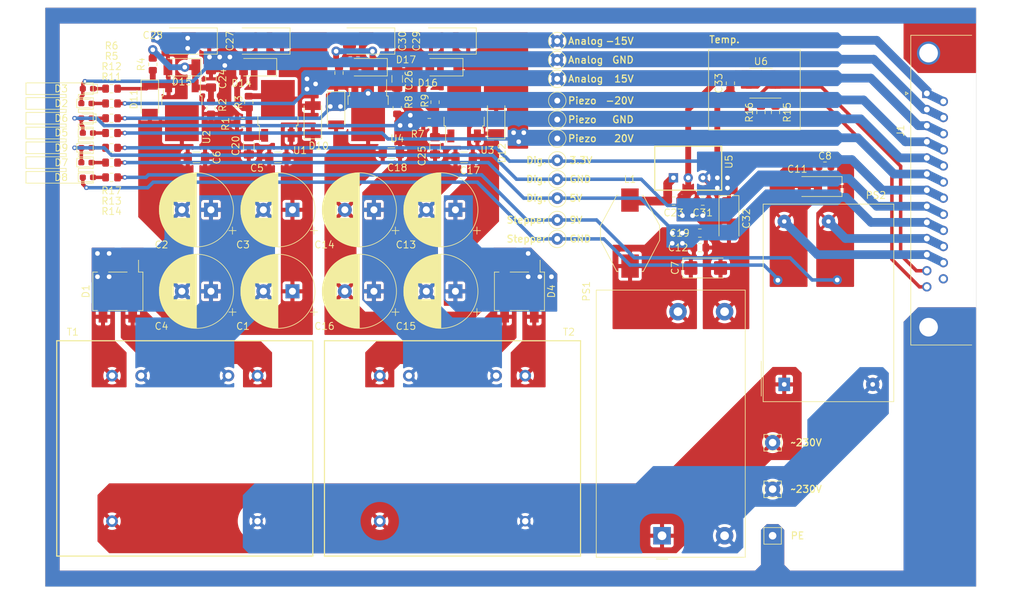
<source format=kicad_pcb>
(kicad_pcb (version 20241229) (generator "pcbnew") (generator_version "9.0")
  (layers (0 "F.Cu" signal) (2 "B.Cu" signal) (13 "F.Paste" user) (15 "B.Paste" user) (5 "F.SilkS" user "F.Silkscreen") (7 "B.SilkS" user "B.Silkscreen") (1 "F.Mask" user) (3 "B.Mask" user) (25 "Edge.Cuts" user))
  (net 0 "")
  (net 1 "/analog_gnd")
  (net 2 "Net-(D1-+)")
  (net 3 "Net-(D1--)")
  (net 4 "/digital_gnd")
  (net 5 "/digital_5V")
  (net 6 "/stepper_gnd")
  (net 7 "/stepper_9V")
  (net 8 "/analog_15V")
  (net 9 "/analog_-15V")
  (net 10 "/piezo_gnd")
  (net 11 "Net-(D12-K)")
  (net 12 "Net-(D13-A)")
  (net 13 "/piezo_20V")
  (net 14 "/piezo_-20V")
  (net 15 "Net-(D14-A)")
  (net 16 "/digital_3V3")
  (net 17 "Net-(U5-VI)")
  (net 18 "Net-(D15-K)")
  (net 19 "Net-(D16-A)")
  (net 20 "Net-(D17-K)")
  (net 21 "Net-(T1-SD)")
  (net 22 "Net-(T1-SA)")
  (net 23 "Net-(D2-A)")
  (net 24 "Net-(D3-K)")
  (net 25 "Net-(T2-SA)")
  (net 26 "Net-(T2-SD)")
  (net 27 "/230V_L")
  (net 28 "/230V_N")
  (net 29 "/i2c_sda")
  (net 30 "/i2c_scl")
  (net 31 "Net-(D5-A)")
  (net 32 "/230V_PE")
  (net 33 "Net-(D6-K)")
  (net 34 "Net-(D7-A)")
  (net 35 "Net-(D8-A)")
  (net 36 "Net-(D9-A)")
  (footprint "Resistor_SMD:R_0805_2012Metric_Pad1.15x1.40mm_HandSolder" (layer "F.Cu") (at 86.42 69.306 180)
    (property "Reference" "R11")
    (property "Value" "1k5")
  )
  (footprint "STM_Custom_Lib:light-guide" (layer "F.Cu") (at 79.816 69.306 90)
    (property "Reference" "e" (hide yes))
    (property "Value" "light-guide" (hide yes))
  )
  (footprint "LED_SMD:LED_0603_1608Metric_Pad1.05x0.95mm_HandSolder" (layer "F.Cu") (at 82.356 61.686 180)
    (property "Reference" "D3")
    (property "Value" "LED_Small")
  )
  (footprint "LED_SMD:LED_0603_1608Metric_Pad1.05x0.95mm_HandSolder" (layer "F.Cu") (at 82.356 69.306)
    (property "Reference" "D5")
    (property "Value" "LED_Small")
  )
  (footprint "Capacitor_THT:CP_Radial_D12.5mm_P5.00mm" (layer "F.Cu") (at 117.5 96.5 180)
    (property "Reference" "C1")
    (property "Value" "1500u")
  )
  (footprint "Capacitor_THT:CP_Radial_D12.5mm_P5.00mm" (layer "F.Cu") (at 103.5 82.5 180)
    (property "Reference" "C2")
    (property "Value" "1500u")
  )
  (footprint "Capacitor_THT:CP_Radial_D12.5mm_P5.00mm" (layer "F.Cu") (at 117.5 82.5 180)
    (property "Reference" "C3")
    (property "Value" "1500u")
  )
  (footprint "Capacitor_THT:CP_Radial_D12.5mm_P5.00mm" (layer "F.Cu") (at 145.5 82.5 180)
    (property "Reference" "C13")
    (property "Value" "820u")
  )
  (footprint "Capacitor_THT:CP_Radial_D12.5mm_P5.00mm" (layer "F.Cu") (at 131.5 82.5 180)
    (property "Reference" "C14")
    (property "Value" "820u")
  )
  (footprint "Capacitor_THT:CP_Radial_D12.5mm_P5.00mm" (layer "F.Cu") (at 131.5 96.5 180)
    (property "Reference" "C16")
    (property "Value" "820u")
  )
  (footprint "Capacitor_SMD:C_1206_3216Metric_Pad1.42x1.75mm_HandSolder" (layer "F.Cu") (at 134.5 72.75 180)
    (property "Reference" "C18")
    (property "Value" "470n")
  )
  (footprint "Capacitor_Tantalum_SMD:CP_EIA-7343-31_Kemet-D_Pad2.25x2.55mm_HandSolder" (layer "F.Cu") (at 144.5 53.5 180)
    (property "Reference" "C29")
    (property "Value" "10u")
  )
  (footprint "Capacitor_Tantalum_SMD:CP_EIA-7343-31_Kemet-D_Pad2.25x2.55mm_HandSolder" (layer "F.Cu") (at 130.5 53.5 180)
    (property "Reference" "C30")
    (property "Value" "10u")
  )
  (footprint "LED_SMD:LED_0603_1608Metric_Pad1.05x0.95mm_HandSolder" (layer "F.Cu") (at 82.102 64.226)
    (property "Reference" "D2")
    (property "Value" "LED_Small")
  )
  (footprint "LED_SMD:LED_0603_1608Metric_Pad1.05x0.95mm_HandSolder" (layer "F.Cu") (at 82.102 66.766 180)
    (property "Reference" "D6")
    (property "Value" "LED_Small")
  )
  (footprint "LED_SMD:LED_0603_1608Metric_Pad1.05x0.95mm_HandSolder" (layer "F.Cu") (at 82.356 76.926)
    (property "Reference" "D8")
    (property "Value" "LED_Small")
  )
  (footprint "LED_SMD:LED_0603_1608Metric_Pad1.05x0.95mm_HandSolder" (layer "F.Cu") (at 82.102 71.846)
    (property "Reference" "D9")
    (property "Value" "LED_Small")
  )
  (footprint "Converter_ACDC:Converter_ACDC_MeanWell_IRM-02-xx_THT" (layer "F.Cu") (at 202 112.5 90)
    (property "Reference" "PS2")
    (property "Value" "IRM-02-9")
  )
  (footprint "Resistor_SMD:R_0805_2012Metric_Pad1.15x1.40mm_HandSolder" (layer "F.Cu") (at 86.42 64.226 180)
    (property "Reference" "R5")
    (property "Value" "1k8")
  )
  (footprint "Resistor_SMD:R_0805_2012Metric_Pad1.15x1.40mm_HandSolder" (layer "F.Cu") (at 86.42 61.686)
    (property "Reference" "R6")
    (property "Value" "1k8")
  )
  (footprint "Resistor_SMD:R_0805_2012Metric_Pad1.15x1.40mm_HandSolder" (layer "F.Cu") (at 141 67.5 180)
    (property "Reference" "R7")
    (property "Value" "3k6")
  )
  (footprint "Resistor_SMD:R_0805_2012Metric_Pad1.15x1.40mm_HandSolder" (layer "F.Cu") (at 142 64 -90)
    (property "Reference" "R9")
    (property "Value" "240R")
  )
  (footprint "Resistor_SMD:R_0805_2012Metric_Pad1.15x1.40mm_HandSolder" (layer "F.Cu") (at 86.42 66.766)
    (property "Reference" "R12")
    (property "Value" "1k5")
  )
  (footprint "Resistor_SMD:R_0805_2012Metric_Pad1.15x1.40mm_HandSolder" (layer "F.Cu") (at 86.42 76.926 180)
    (property "Reference" "R14")
    (property "Value" "750R")
  )
  (footprint "STM_Custom_Lib:Block_VC5" (layer "F.Cu") (at 99 123.5 180)
    (property "Reference" "T1")
    (property "Value" "VC 5,0/2/15")
  )
  (footprint "Connector_Pin:Pin_D1.3mm_L11.3mm_W2.8mm_Flat" (layer "F.Cu") (at 200 138.5)
    (property "Reference" "J2" (hide yes))
    (property "Value" "PE")
  )
  (footprint "Connector_Pin:Pin_D1.3mm_L11.3mm_W2.8mm_Flat" (layer "F.Cu") (at 200 130.5)
    (property "Reference" "J3" (hide yes))
    (property "Value" "L")
  )
  (footprint "Resistor_SMD:R_0805_2012Metric_Pad1.15x1.40mm_HandSolder" (layer "F.Cu") (at 200.5 65.75 90)
    (property "Reference" "R15")
    (property "Value" "2k7")
  )
  (footprint "TestPoint:TestPoint_Loop_D1.80mm_Drill1.0mm_Beaded" (layer "F.Cu") (at 163 70.25)
    (property "Reference" "TP4" (hide yes))
    (property "Value" "TestPoint" (hide yes))
  )
  (footprint "TestPoint:TestPoint_Loop_D1.80mm_Drill1.0mm_Beaded" (layer "F.Cu") (at 163 67)
    (property "Reference" "TP5" (hide yes))
    (property "Value" "TestPoint" (hide yes))
  )
  (footprint "TestPoint:TestPoint_Loop_D1.80mm_Drill1.0mm_Beaded" (layer "F.Cu") (at 163 63.75)
    (property "Reference" "TP6" (hide yes))
    (property "Value" "TestPoint" (hide yes))
  )
  (footprint "TestPoint:TestPoint_Loop_D1.80mm_Drill1.0mm_Beaded" (layer "F.Cu") (at 163 60)
    (property "Reference" "TP7" (hide yes))
    (property "Value" "TestPoint" (hide yes))
  )
  (footprint "TestPoint:TestPoint_Loop_D1.80mm_Drill1.0mm_Beaded" (layer "F.Cu") (at 163 56.75)
    (property "Reference" "TP8" (hide yes))
    (property "Value" "TestPoint" (hide yes))
  )
  (footprint "Diode_SMD:Diode_Bridge_Diotec_SO-DIL-Slim" (layer "F.Cu") (at 87.5 96.5 -90)
    (property "Reference" "D1")
    (property "Value" "B250S2A")
  )
  (footprint "Capacitor_THT:CP_Radial_D12.5mm_P5.00mm" (layer "F.Cu") (at 145.5 96.5 180)
    (property "Reference" "C15")
    (property "Value" "820u")
  )
  (footprint "TestPoint:TestPoint_Loop_D1.80mm_Drill1.0mm_Beaded" (layer "F.Cu") (at 163 84.25)
    (property "Reference" "TP9" (hide yes))
    (property "Value" "TestPoint" (hide yes))
  )
  (footprint "TestPoint:TestPoint_Loop_D1.80mm_Drill1.0mm_Beaded" (layer "F.Cu") (at 163 87.5)
    (property "Reference" "TP10" (hide yes))
    (property "Value" "TestPoint" (hide yes))
  )
  (footprint "TestPoint:TestPoint_Loop_D1.80mm_Drill1.0mm_Beaded" (layer "F.Cu") (at 163 80.5)
    (property "Reference" "TP11" (hide yes))
    (property "Value" "TestPoint" (hide yes))
  )
  (footprint "STM_Custom_Lib:Block_VC5" (layer "F.Cu") (at 145 123.5 180)
    (property "Reference" "T2")
    (property "Value" "VC 5,0/2/18")
  )
  (footprint "Converter_ACDC:Converter_ACDC_MeanWell_IRM-10-xx_THT" (layer "F.Cu") (at 181 138.5 90)
    (property "Reference" "PS1")
    (property "Value" "IRM-10-5")
  )
  (footprint "Capacitor_Tantalum_SMD:CP_EIA-6032-28_Kemet-C_Pad2.25x2.35mm_HandSolder" (layer "F.Cu") (at 208 78.5 180)
    (property "Reference" "C11")
    (property "Value" "10u")
  )
  (footprint "Capacitor_SMD:C_0805_2012Metric_Pad1.15x1.40mm_HandSolder" (layer "F.Cu") (at 209 75 180)
    (property "Reference" "C8")
    (property "Value" "4u7")
  )
  (footprint "Connector_Pin:Pin_D1.3mm_L11.3mm_W2.8mm_Flat" (layer "F.Cu") (at 200 122.5)
    (property "Reference" "J4" (hide yes))
    (property "Value" "N")
  )
  (footprint "TestPoint:TestPoint_Loop_D1.80mm_Drill1.0mm_Beaded" (layer "F.Cu") (at 163 74)
    (property "Reference" "TP3" (hide yes))
    (property "Value" "TestPoint" (hide yes))
  )
  (footprint "TestPoint:TestPoint_Loop_D1.80mm_Drill1.0mm_Beaded" (layer "F.Cu") (at 163 77.25)
    (property "Reference" "TP2" (hide yes))
    (property "Value" "TestPoint" (hide yes))
  )
  (footprint "Capacitor_SMD:C_0805_2012Metric_Pad1.15x1.40mm_HandSolder" (layer "F.Cu") (at 192.75 60.75 90)
    (property "Reference" "C33")
    (property "Value" "100n")
  )
  (footprint "Package_SO:SOIC-8_3.9x4.9mm_P1.27mm" (layer "F.Cu") (at 198 60.75 180)
    (property "Reference" "U6")
    (property "Value" "LM75C")
  )
  (footprint "Resistor_SMD:R_0805_2012Metric_Pad1.15x1.40mm_HandSolder" (layer "F.Cu") (at 198 65.75 90)
    (property "Reference" "R16")
    (property "Value" "2k7")
  )
  (footprint "STM_Custom_Lib:Hammond_1455N1602BK" (layer "F.Cu") (at 155 97.5 90)
    (property "Reference" "N1" (hide yes))
    (property "Value" "Housing" (hide yes))
  )
  (footprint "Diode_SMD:D_MELF" (layer "F.Cu") (at 98.5 58 180)
    (property "Reference" "D15")
    (property "Value" "1N4002")
  )
  (footprint "Resistor_SMD:R_0805_2012Metric_Pad1.15x1.40mm_HandSolder" (layer "F.Cu") (at 125.5 59 -90)
    (property "Reference" "R10" (hide yes))
    (property "Value" "240R")
  )
  (footprint "Diode_SMD:Diode_Bridge_Diotec_SO-DIL-Slim" (layer "F.Cu") (at 156.5 96.5 -90)
    (property "Reference" "D4")
    (property "Value" "B250S2A")
  )
  (footprint "Capacitor_THT:CP_Radial_D12.5mm_P5.00mm" (layer "F.Cu") (at 103.5 96.5 180)
    (property "Reference" "C4")
    (property "Value" "1500u")
  )
  (footprint "Capacitor_SMD:C_1206_3216Metric_Pad1.42x1.75mm_HandSolder" (layer "F.Cu") (at 147 73.5 180)
    (property "Reference" "C17")
    (property "Value" "470n")
  )
  (footprint "Connector_Dsub:DSUB-25_Female_Horizontal_P2.77x2.84mm_EdgePinOffset4.94mm_Housed_MountingHolesOffset7.48mm" (layer "F.Cu") (at 226.5 62.5 90)
    (property "Reference" "J1")
    (property "Value" "DB25_Female_MountingHoles")
  )
  (footprint "LED_SMD:LED_0603_1608Metric_Pad1.05x0.95mm_HandSolder" (layer "F.Cu") (at 82.102 74.386)
    (property "Reference" "D7")
    (property "Value" "LED_Small")
  )
  (footprint "Resistor_SMD:R_0805_2012Metric_Pad1.15x1.40mm_HandSolder" (layer "F.Cu") (at 86.42 74.386 180)
    (property "Reference" "R13")
    (property "Value" "330R")
  )
  (footprint "Resistor_SMD:R_0805_2012Metric_Pad1.15x1.40mm_HandSolder" (layer "F.Cu") (at 86.42 71.846 180)
    (property "Reference" "R17")
    (property "Value" "150R")
  )
  (footprint "Capacitor_SMD:C_1206_3216Metric_Pad1.42x1.75mm_HandSolder" (layer "F.Cu") (at 142 71.5 -90)
    (property "Reference" "C25")
    (property "Value" "4u7")
  )
  (footprint "Diode_SMD:D_MELF" (layer "F.Cu") (at 152.5 67 90)
    (property "Reference" "D12")
    (property "Value" "1N4002")
  )
  (footprint "Diode_SMD:D_MELF" (layer "F.Cu") (at 125 65.5 -90)
    (property "Reference" "D13" (hide yes))
    (property "Value" "1N4002")
  )
  (footprint "Diode_SMD:D_MELF" (layer "F.Cu") (at 143.5 58 180)
    (property "Reference" "D16")
    (property "Value" "1N4002")
  )
  (footprint "Diode_SMD:D_MELF" (layer "F.Cu") (at 130.5 58 180)
    (property "Reference" "D17")
    (property "Value" "1N4002")
  )
  (footprint "Diode_SMD:D_MELF" (layer "F.Cu") (at 121 67 90)
    (property "Reference" "D10")
    (property "Value" "1N4002")
  )
  (footprint "Capacitor_SMD:C_1206_3216Metric_Pad1.42x1.75mm_HandSolder" (layer "F.Cu") (at 110 71.5 -90)
    (property "Reference" "C20")
    (property "Value" "4u7")
  )
  (footprint "Capacitor_Tantalum_SMD:CP_EIA-7343-31_Kemet-D_Pad2.25x2.55mm_HandSolder" (layer "F.Cu") (at 112.5 53.5 180)
    (property "Reference" "C27")
    (property "Value" "10u")
  )
  (footprint "Resistor_SMD:R_0805_2012Metric_Pad1.15x1.40mm_HandSolder" (layer "F.Cu") (at 93.5 57.5 -90)
    (property "Reference" "R4")
    (property "Value" "240R")
  )
  (footprint "Resistor_SMD:R_0805_2012Metric_Pad1.15x1.40mm_HandSolder" (layer "F.Cu") (at 110 64 -90)
    (property "Reference" "R3")
    (property "Value" "240R")
  )
  (footprint "Resistor_SMD:R_0805_2012Metric_Pad1.15x1.40mm_HandSolder" (layer "F.Cu") (at 109 67.5 180)
    (property "Reference" "R1")
    (property "Value" "2k6")
  )
  (footprint "Capacitor_SMD:C_1206_3216Metric_Pad1.42x1.75mm_HandSolder" (layer "F.Cu") (at 103.5 60 -90)
    (property "Reference" "C24")
    (property "Value" "4u7")
  )
  (footprint "Package_TO_SOT_SMD:TO-252-2" (layer "F.Cu") (at 115 65.5 90)
    (property "Reference" "U1")
    (property "Value" "LM317")
  )
  (footprint "Resistor_SMD:R_0805_2012Metric_Pad1.15x1.40mm_HandSolder" (layer "F.Cu") (at 103.5 65 90)
    (property "Reference" "R2")
    (property "Value" "2k6")
  )
  (footprint "Capacitor_Tantalum_SMD:CP_EIA-7343-31_Kemet-D_Pad2.25x2.55mm_HandSolder" (layer "F.Cu") (at 100 53.5 180)
    (property "Reference" "C28")
    (property "Value" "10u")
  )
  (footprint "Capacitor_SMD:C_1206_3216Metric_Pad1.42x1.75mm_HandSolder" (layer "F.Cu") (at 101 73.5 180)
    (property "Reference" "C6")
    (property "Value" "470n")
  )
  (footprint "Capacitor_SMD:C_1206_3216Metric_Pad1.42x1.75mm_HandSolder" (layer "F.Cu") (at 115 73.5 180)
    (property "Reference" "C5")
    (property "Value" "470n")
  )
  (footprint "Diode_SMD:D_MELF" (layer "F.Cu") (at 111.5 58 180)
    (property "Reference" "D14")
    (property "Value" "1N4002")
  )
  (footprint "Diode_SMD:D_MELF" (layer "F.Cu") (at 93 63.5 -90)
    (property "Reference" "D11")
    (property "Value" "1N4002")
  )
  (footprint "Package_TO_SOT_SMD:TO-252-2" (layer "F.Cu") (at 130.5 65.4 -90)
    (property "Reference" "U4")
    (property "Value" "LM337")
  )
  (footprint "Package_TO_SOT_SMD:TO-252-2" (layer "F.Cu") (at 98.5 65.4 -90)
    (property "Reference" "U2")
    (property "Value" "LM337")
  )
  (footprint "Package_TO_SOT_SMD:TO-252-2" (layer "F.Cu") (at 147 65.6 90)
    (property "Reference" "U3")
    (property "Value" "LM317")
  )
  (footprint "Resistor_SMD:R_0805_2012Metric_Pad1.15x1.40mm_HandSolder" (layer "F.Cu") (at 135.5 65 90)
    (property "Reference" "R8")
    (property "Value" "3k6")
  )
  (footprint "Capacitor_SMD:C_1206_3216Metric_Pad1.42x1.75mm_HandSolder" (layer "F.Cu") (at 135.5 60 -90)
    (property "Reference" "C26")
    (property "Value" "4u7")
  )
  (footprint "Inductor_SMD:L_Fastron_PISN_Handsoldering" (layer "F.Cu") (at 175.5 86.5 -90)
    (property "Reference" "L1")
    (property "Value" "3u3")
  )
  (footprint "Capacitor_Tantalum_SMD:CP_EIA-6032-28_Kemet-C_Pad2.25x2.35mm_HandSolder" (layer "F.Cu") (at 192.5 84 -90)
    (property "Reference" "C32")
    (property "Value" "10u")
  )
  (footprint "STM_Custom_Lib:traco_TSR_0.5-2433" (layer "F.Cu") (at 185.5 77)
    (property "Reference" "U5")
    (property "Value" "traco_TSR_0.5-2433")
  )
  (footprint "Capacitor_SMD:C_0805_2012Metric_Pad1.15x1.40mm_HandSolder" (layer "F.Cu") (at 183 81)
    (property "Reference" "C23")
    (property "Value" "4u7")
  )
  (footprint "Capacitor_SMD:C_0805_2012Metric_Pad1.15x1.40mm_HandSolder" (layer "F.Cu") (at 188 81 180)
    (property "Reference" "C31")
    (property "Value" "4u7")
  )
  (footprint "Capacitor_SMD:C_0805_2012Metric_Pad1.15x1.40mm_HandSolder" (layer "F.Cu") (at 187.5 89)
    (property "Reference" "C12")
    (property "Value" "4u7")
  )
  (footprint "Capacitor_SMD:C_0805_2012Metric_Pad1.15x1.40mm_HandSolder" (layer "F.Cu") (at 187.5 86.5)
    (property "Reference" "C19")
    (property "Value" "4u7")
  )
  (footprint "TestPoint:TestPoint_Loop_D1.80mm_Drill1.0mm_Beaded" (layer "F.Cu") (at 163 53.5)
    (property "Reference" "TP1" (hide yes))
    (property "Value" "TestPoint" (hide yes))
  )
  (footprint "Capacitor_Tantalum_SMD:CP_EIA-6032-28_Kemet-C_Pad2.25x2.35mm_HandSolder" (layer "F.Cu") (at 188.5 92.5)
    (property "Reference" "C7")
    (property "Value" "10u")
  )
  (gr_line (start 204.75 55) (end 189 55) (stroke (width 0.12)) (layer "F.SilkS"))
  (gr_line (start 189 68.75) (end 204.75 68.75) (stroke (width 0.12)) (layer "F.SilkS"))
  (gr_line (start 189 55) (end 189 68.75) (stroke (width 0.12)) (layer "F.SilkS"))
  (gr_line (start 204.75 68.75) (end 204.75 55) (stroke (width 0.12)) (layer "F.SilkS"))
  (gr_line (start 75 147.25) (end 75 47.75) (stroke (width 0.05)) (layer "Edge.Cuts"))
  (gr_line (start 235 147.25) (end 75 147.25) (stroke (width 0.05)) (layer "Edge.Cuts"))
  (gr_line (start 235 47.75) (end 235 147.25) (stroke (width 0.05)) (layer "Edge.Cuts"))
  (gr_line (start 75 47.75) (end 235 47.75) (stroke (width 0.05)) (layer "Edge.Cuts"))
  (gr_text "Analog" (at 164.75 56.75 0) (layer "F.SilkS") (effects (font (size 1.2 1.2) (thickness 0.2)) (justify left)))
  (gr_text "Analog" (at 164.75 60 0) (layer "F.SilkS") (effects (font (size 1.2 1.2) (thickness 0.2)) (justify left)))
  (gr_text "-15V" (at 176.25 53.5 0) (layer "F.SilkS") (effects (font (size 1.2 1.2) (thickness 0.2)) (justify right)))
  (gr_text "GND" (at 176.25 56.75 0) (layer "F.SilkS") (effects (font (size 1.2 1.2) (thickness 0.2)) (justify right)))
  (gr_text "15V" (at 176.25 60 0) (layer "F.SilkS") (effects (font (size 1.2 1.2) (thickness 0.2)) (justify right)))
  (gr_text "Piezo" (at 164.75 63.75 0) (layer "F.SilkS") (effects (font (size 1.2 1.2) (thickness 0.2)) (justify left)))
  (gr_text "-20V" (at 176.25 63.75 0) (layer "F.SilkS") (effects (font (size 1.2 1.2) (thickness 0.2)) (justify right)))
  (gr_text "GND" (at 176.25 67 0) (layer "F.SilkS") (effects (font (size 1.2 1.2) (thickness 0.2)) (justify right)))
  (gr_text "Piezo" (at 164.75 67 0) (layer "F.SilkS") (effects (font (size 1.2 1.2) (thickness 0.2)) (justify left)))
  (gr_text "20V" (at 176.25 70.25 0) (layer "F.SilkS") (effects (font (size 1.2 1.2) (thickness 0.2)) (justify right)))
  (gr_text "Piezo" (at 164.75 70.25 0) (layer "F.SilkS") (effects (font (size 1.2 1.2) (thickness 0.2)) (justify left)))
  (gr_text "Dig." (at 161.25 74 0) (layer "F.SilkS") (effects (font (size 1.2 1.2) (thickness 0.2)) (justify right)))
  (gr_text "3.3V" (at 165 74 0) (layer "F.SilkS") (effects (font (size 1.2 1.2) (thickness 0.2)) (justify left)))
  (gr_text "GND" (at 165 77.25 0) (layer "F.SilkS") (effects (font (size 1.2 1.2) (thickness 0.2)) (justify left)))
  (gr_text "5V" (at 165 80.5 0) (layer "F.SilkS") (effects (font (size 1.2 1.2) (thickness 0.2)) (justify left)))
  (gr_text "Dig." (at 161.25 77.25 0) (layer "F.SilkS") (effects (font (size 1.2 1.2) (thickness 0.2)) (justify right)))
  (gr_text "Dig." (at 161.25 80.5 0) (layer "F.SilkS") (effects (font (size 1.2 1.2) (thickness 0.2)) (justify right)))
  (gr_text "Stepper" (at 161.25 84.25 0) (layer "F.SilkS") (effects (font (size 1.2 1.2) (thickness 0.2)) (justify right)))
  (gr_text "Stepper" (at 161.25 87.5 0) (layer "F.SilkS") (effects (font (size 1.2 1.2) (thickness 0.2)) (justify right)))
  (gr_text "9V" (at 165 84.25 0) (layer "F.SilkS") (effects (font (size 1.2 1.2) (thickness 0.2)) (justify left)))
  (gr_text "GND" (at 165 87.5 0) (layer "F.SilkS") (effects (font (size 1.2 1.2) (thickness 0.2)) (justify left)))
  (gr_text "~230V" (at 203 130.5 0) (layer "F.SilkS") (effects (font (size 1.2 1.2) (thickness 0.2)) (justify left)))
  (gr_text "~230V" (at 203 122.5 0) (layer "F.SilkS") (effects (font (size 1.2 1.2) (thickness 0.2)) (justify left)))
  (gr_text "PE" (at 203 138.5 0) (layer "F.SilkS") (effects (font (size 1.2 1.2) (thickness 0.2)) (justify left)))
  (gr_text "Analog" (at 164.75 53.5 0) (layer "F.SilkS") (effects (font (size 1.2 1.2) (thickness 0.2)) (justify left)))
  (gr_text "Temp." (at 189 53.25 0) (layer "F.SilkS") (effects (font (size 1.2 1.2) (thickness 0.2)) (justify left)))
  (segment (start 81.227 63.069) (end 81.481 62.815) (width 0.6) (layer "F.Cu") (net 1))
  (segment (start 81.481 60.783) (end 81.848 60.416) (width 0.6) (layer "F.Cu") (net 1))
  (segment (start 81.481 61.686) (end 81.481 60.783) (width 0.6) (layer "F.Cu") (net 1))
  (segment (start 81.481 62.815) (end 81.481 61.686) (width 0.6) (layer "F.Cu") (net 1))
  (segment (start 81.227 64.226) (end 81.227 63.069) (width 0.6) (layer "F.Cu") (net 1))
  (via (at 105.875 57.7) (size 1.6) (drill 0.8) (layers "F.Cu" "B.Cu") (net 1))
  (via (at 103.25 56.25) (size 1.6) (drill 0.8) (layers "F.Cu" "B.Cu") (net 1))
  (via (at 81.848 60.416) (size 0.8) (drill 0.4) (layers "F.Cu" "B.Cu") (net 1))
  (via (at 105 56.25) (size 1.6) (drill 0.8) (layers "F.Cu" "B.Cu") (net 1))
  (via (at 106.75 56.25) (size 1.6) (drill 0.8) (layers "F.Cu" "B.Cu") (net 1))
  (segment (start 100.39 60.416) (end 103.25 57.556) (width 0.6) (layer "B.Cu") (net 1))
  (segment (start 217.375 56.625) (end 209.875 56.625) (width 1.5) (layer "B.Cu") (net 1))
  (segment (start 103.25 57.556) (end 103.25 56.25) (width 0.6) (layer "B.Cu") (net 1))
  (segment (start 226.02 65.27) (end 217.375 56.625) (width 1.5) (layer "B.Cu") (net 1))
  (segment (start 209.875 56.625) (end 209.75 56.5) (width 1.5) (layer "B.Cu") (net 1))
  (segment (start 81.848 60.416) (end 100.39 60.416) (width 0.6) (layer "B.Cu") (net 1))
  (segment (start 226.5 65.27) (end 226.02 65.27) (width 1.5) (layer "B.Cu") (net 1))
  (segment (start 229.34 66.655) (end 226.5 65.27) (width 1.5) (layer "B.Cu") (net 1))
  (via (at 84 90) (size 1.6) (drill 0.8) (layers "F.Cu" "B.Cu") (net 3))
  (via (at 86 94) (size 1.6) (drill 0.8) (layers "F.Cu" "B.Cu") (net 3))
  (via (at 84 94) (size 1.6) (drill 0.8) (layers "F.Cu" "B.Cu") (net 3))
  (via (at 86 90) (size 1.6) (drill 0.8) (layers "F.Cu" "B.Cu") (net 3))
  (segment (start 195.525 58.845) (end 193.63 58.845) (width 0.6) (layer "F.Cu") (net 4))
  (segment (start 81.227 74.386) (end 81.227 71.846) (width 0.6) (layer "F.Cu") (net 4))
  (segment (start 198.095 58.845) (end 195.525 58.845) (width 0.6) (layer "F.Cu") (net 4))
  (segment (start 195.525 60.115) (end 198.055 60.115) (width 0.6) (layer "F.Cu") (net 4))
  (segment (start 195.525 61.385) (end 197.385 61.385) (width 0.6) (layer "F.Cu") (net 4))
  (segment (start 185.5 77) (end 185.5 65.25) (width 1) (layer "F.Cu") (net 4))
  (segment (start 185.5 77) (end 185.5 79.525) (width 1) (layer "F.Cu") (net 4))
  (segment (start 197.385 61.385) (end 198.095 60.675) (width 0.6) (layer "F.Cu") (net 4))
  (segment (start 198.095 60.675) (end 198.095 60.155) (width 0.6) (layer "F.Cu") (net 4))
  (segment (start 193.63 58.845) (end 192.75 59.725) (width 0.6) (layer "F.Cu") (net 4))
  (segment (start 185.5 79.525) (end 184.025 81) (width 1) (layer "F.Cu") (net 4))
  (segment (start 198.055 60.115) (end 198.095 60.155) (width 0.6) (layer "F.Cu") (net 4))
  (segment (start 81.227 71.846) (end 80.07 71.846) (width 0.6) (layer "F.Cu") (net 4))
  (segment (start 198.095 60.155) (end 198.095 58.845) (width 0.6) (layer "F.Cu") (net 4))
  (segment (start 200.475 58.845) (end 198.095 58.845) (width 0.6) (layer "F.Cu") (net 4))
  (segment (start 191.025 59.725) (end 192.75 59.725) (width 1) (layer "F.Cu") (net 4))
  (segment (start 185.5 65.25) (end 191.025 59.725) (width 1) (layer "F.Cu") (net 4))
  (via (at 186.25 83.5) (size 1.6) (drill 0.8) (layers "F.Cu" "B.Cu") (net 4))
  (via (at 80.07 71.846) (size 0.8) (drill 0.4) (layers "F.Cu" "B.Cu") (net 4))
  (via (at 184.5 83.5) (size 1.6) (drill 0.8) (layers "F.Cu" "B.Cu") (net 4))
  (via (at 188 83.5) (size 1.6) (drill 0.8) (layers "F.Cu" "B.Cu") (net 4))
  (segment (start 156 77.25) (end 177.422 77.25) (width 0.6) (layer "B.Cu") (net 4))
  (segment (start 217.89 81.89) (end 213.125 77.125) (width 1.5) (layer "B.Cu") (net 4))
  (segment (start 85.15 71.846) (end 86.42 73.116) (width 0.6) (layer "B.Cu") (net 4))
  (segment (start 177.422 77.25) (end 181.924 81.752) (width 0.6) (layer "B.Cu") (net 4))
  (segment (start 184.502 81.752) (end 186.25 83.5) (width 0.6) (layer "B.Cu") (net 4))
  (segment (start 229.34 83.275) (end 226.5 81.89) (width 1.5) (layer "B.Cu") (net 4))
  (segment (start 80.07 71.846) (end 85.15 71.846) (width 0.6) (layer "B.Cu") (net 4))
  (segment (start 86.42 73.116) (end 151.866 73.116) (width 0.6) (layer "B.Cu") (net 4))
  (segment (start 151.866 73.116) (end 156 77.25) (width 0.6) (layer "B.Cu") (net 4))
  (segment (start 207.625 77.125) (end 207.5 77) (width 1.5) (layer "B.Cu") (net 4))
  (segment (start 213.125 77.125) (end 207.625 77.125) (width 1.5) (layer "B.Cu") (net 4))
  (segment (start 181.924 81.752) (end 184.502 81.752) (width 0.6) (layer "B.Cu") (net 4))
  (segment (start 226.5 81.89) (end 217.89 81.89) (width 1.5) (layer "B.Cu") (net 4))
  (segment (start 87.445 74.386) (end 88.706 74.386) (width 0.6) (layer "F.Cu") (net 5))
  (via (at 182.75 86.5) (size 1.6) (drill 0.8) (layers "F.Cu" "B.Cu") (net 5))
  (via (at 184.5 88.25) (size 1.6) (drill 0.8) (layers "F.Cu" "B.Cu") (net 5))
  (via (at 182.75 88.25) (size 1.6) (drill 0.8) (layers "F.Cu" "B.Cu") (net 5))
  (via (at 88.706 74.386) (size 0.8) (drill 0.4) (layers "F.Cu" "B.Cu") (net 5))
  (via (at 184.5 86.5) (size 1.6) (drill 0.8) (layers "F.Cu" "B.Cu") (net 5))
  (segment (start 226.5 84.66) (end 216.91 84.66) (width 1.5) (layer "B.Cu") (net 5))
  (segment (start 157.25 80.5) (end 177.314 80.5) (width 0.6) (layer "B.Cu") (net 5))
  (segment (start 177.314 80.5) (end 182.75 85.936) (width 0.6) (layer "B.Cu") (net 5))
  (segment (start 226.5 84.66) (end 229.34 86.045) (width 1.5) (layer "B.Cu") (net 5))
  (segment (start 216.91 84.66) (end 212.625 80.375) (width 1.5) (layer "B.Cu") (net 5))
  (segment (start 151.136 74.386) (end 157.25 80.5) (width 0.6) (layer "B.Cu") (net 5))
  (segment (start 212.625 80.375) (end 206.375 80.375) (width 1.5) (layer "B.Cu") (net 5))
  (segment (start 206.375 80.375) (end 206.25 80.25) (width 1.5) (layer "B.Cu") (net 5))
  (segment (start 88.706 74.386) (end 151.136 74.386) (width 0.6) (layer "B.Cu") (net 5))
  (segment (start 182.75 85.936) (end 182.75 86.5) (width 0.6) (layer "B.Cu") (net 5))
  (segment (start 81.481 76.926) (end 81.481 78.083) (width 0.6) (layer "F.Cu") (net 6))
  (segment (start 81.481 78.083) (end 82.102 78.704) (width 0.6) (layer "F.Cu") (net 6))
  (via (at 82.102 78.704) (size 0.8) (drill 0.4) (layers "F.Cu" "B.Cu") (net 6))
  (via (at 200.9 94.6) (size 1.6) (drill 0.8) (layers "F.Cu" "B.Cu") (net 6))
  (segment (start 198.5 92) (end 175.5 92) (width 0.6) (layer "B.Cu") (net 6))
  (segment (start 171 87.5) (end 159 87.5) (width 0.6) (layer "B.Cu") (net 6))
  (segment (start 207.7 90.2) (end 202 84.5) (width 1.5) (layer "B.Cu") (net 6))
  (segment (start 159 87.5) (end 149.25 77.75) (width 0.6) (layer "B.Cu") (net 6))
  (segment (start 149.25 77.75) (end 93.579 77.75) (width 0.6) (layer "B.Cu") (net 6))
  (segment (start 226.5 90.2) (end 207.7 90.2) (width 1.5) (layer "B.Cu") (net 6))
  (segment (start 175.5 92) (end 171 87.5) (width 0.6) (layer "B.Cu") (net 6))
  (segment (start 229.34 91.585) (end 226.5 90.2) (width 1.5) (layer "B.Cu") (net 6))
  (segment (start 92.625 78.704) (end 82.102 78.704) (width 0.6) (layer "B.Cu") (net 6))
  (segment (start 200.9 94.6) (end 200.9 94.4) (width 0.6) (layer "B.Cu") (net 6))
  (segment (start 200.9 94.4) (end 198.5 92) (width 0.6) (layer "B.Cu") (net 6))
  (segment (start 93.579 77.75) (end 92.625 78.704) (width 0.6) (layer "B.Cu") (net 6))
  (segment (start 87.445 76.926) (end 88.706 76.926) (width 0.6) (layer "F.Cu") (net 7))
  (via (at 211.1 94.55) (size 1.6) (drill 0.8) (layers "F.Cu" "B.Cu") (net 7))
  (via (at 88.706 76.926) (size 0.8) (drill 0.4) (layers "F.Cu" "B.Cu") (net 7))
  (segment (start 226.5 87.43) (end 212.53 87.43) (width 1.5) (layer "B.Cu") (net 7))
  (segment (start 92.324 76.926) (end 88.706 76.926) (width 0.6) (layer "B.Cu") (net 7))
  (segment (start 176.25 90.75) (end 169.75 84.25) (width 0.6) (layer "B.Cu") (net 7))
  (segment (start 150 76.5) (end 92.75 76.5) (width 0.6) (layer "B.Cu") (net 7))
  (segment (start 206.8 94.55) (end 203 90.75) (width 0.6) (layer "B.Cu") (net 7))
  (segment (start 211.1 94.55) (end 206.8 94.55) (width 0.6) (layer "B.Cu") (net 7))
  (segment (start 229.34 88.815) (end 226.5 87.43) (width 1.5) (layer "B.Cu") (net 7))
  (segment (start 203 90.75) (end 176.25 90.75) (width 0.6) (layer "B.Cu") (net 7))
  (segment (start 212.53 87.43) (end 209.6 84.5) (width 1.5) (layer "B.Cu") (net 7))
  (segment (start 169.75 84.25) (end 157.75 84.25) (width 0.6) (layer "B.Cu") (net 7))
  (segment (start 157.75 84.25) (end 150 76.5) (width 0.6) (layer "B.Cu") (net 7))
  (segment (start 92.75 76.5) (end 92.324 76.926) (width 0.6) (layer "B.Cu") (net 7))
  (segment (start 87.445 64.226) (end 88.706 64.226) (width 0.6) (layer "F.Cu") (net 8))
  (segment (start 114.575 62.975) (end 115 63.4) (width 1) (layer "F.Cu") (net 8))
  (segment (start 110 62.975) (end 114.575 62.975) (width 1) (layer "F.Cu") (net 8))
  (via (at 88.706 64.226) (size 0.8) (drill 0.4) (layers "F.Cu" "B.Cu") (net 8))
  (via (at 121.475 60.875) (size 1.6) (drill 0.8) (layers "F.Cu" "B.Cu") (net 8))
  (via (at 120 60) (size 1.6) (drill 0.8) (layers "F.Cu" "B.Cu") (net 8))
  (via (at 120 61.75) (size 1.6) (drill 0.8) (layers "F.Cu" "B.Cu") (net 8))
  (segment (start 120 61.888) (end 120 60) (width 0.6) (layer "B.Cu") (net 8))
  (segment (start 216.875 59.875) (end 209.625 59.875) (width 1.5) (layer "B.Cu") (net 8))
  (segment (start 88.706 64.226) (end 117.662 64.226) (width 0.6) (layer "B.Cu") (net 8))
  (segment (start 209.625 59.875) (end 209.5 60) (width 1.5) (layer "B.Cu") (net 8))
  (segment (start 117.662 64.226) (end 120 61.888) (width 0.6) (layer "B.Cu") (net 8))
  (segment (start 225.04 68.04) (end 216.875 59.875) (width 1.5) (layer "B.Cu") (net 8))
  (segment (start 226.5 68.04) (end 225.04 68.04) (width 1.5) (layer "B.Cu") (net 8))
  (segment (start 229.34 69.425) (end 226.5 68.04) (width 1.5) (layer "B.Cu") (net 8))
  (segment (start 87.445 61.686) (end 92.414 61.686) (width 0.6) (layer "F.Cu") (net 9))
  (segment (start 92.414 61.686) (end 93 61.1) (width 0.6) (layer "F.Cu") (net 9))
  (segment (start 93 61.1) (end 96.12 61.1) (width 1) (layer "F.Cu") (net 9))
  (segment (start 93.5 60.6) (end 93 61.1) (width 1) (layer "F.Cu") (net 9))
  (segment (start 96.12 61.1) (end 96.22 61.2) (width 1) (layer "F.Cu") (net 9))
  (segment (start 93.5 58.525) (end 93.5 60.6) (width 1) (layer "F.Cu") (net 9))
  (via (at 99.5 54.75) (size 1.6) (drill 0.8) (layers "F.Cu" "B.Cu") (net 9))
  (via (at 94.25 53) (size 1.6) (drill 0.8) (layers "F.Cu" "B.Cu") (net 9))
  (via (at 99.5 53) (size 1.6) (drill 0.8) (layers "F.Cu" "B.Cu") (net 9))
  (segment (start 226.5 62.5) (end 226.5 62) (width 1.5) (layer "B.Cu") (net 9))
  (segment (start 226.5 62) (end 217.875 53.375) (width 1.5) (layer "B.Cu") (net 9))
  (segment (start 209.625 53.375) (end 209.5 53.25) (width 1.5) (layer "B.Cu") (net 9))
  (segment (start 217.875 53.375) (end 209.625 53.375) (width 1.5) (layer "B.Cu") (net 9))
  (segment (start 229.34 63.885) (end 226.5 62.5) (width 1.5) (layer "B.Cu") (net 9))
  (segment (start 81.227 66.766) (end 80.07 66.766) (width 0.6) (layer "F.Cu") (net 10))
  (segment (start 81.227 66.766) (end 81.227 67.923) (width 0.6) (layer "F.Cu") (net 10))
  (segment (start 81.481 68.177) (end 81.481 69.306) (width 0.6) (layer "F.Cu") (net 10))
  (segment (start 81.227 67.923) (end 81.481 68.177) (width 0.6) (layer "F.Cu") (net 10))
  (via (at 137.75 68) (size 1.6) (drill 0.8) (layers "F.Cu" "B.Cu") (net 10))
  (via (at 137.75 66.25) (size 1.6) (drill 0.8) (layers "F.Cu" "B.Cu") (net 10))
  (via (at 136 68) (size 1.6) (drill 0.8) (layers "F.Cu" "B.Cu") (net 10))
  (via (at 80.07 66.766) (size 0.8) (drill 0.4) (layers "F.Cu" "B.Cu") (net 10))
  (segment (start 80.07 66.766) (end 83.88 66.766) (width 0.6) (layer "B.Cu") (net 10))
  (segment (start 135.964 68.036) (end 136 68) (width 0.6) (layer "B.Cu") (net 10))
  (segment (start 226.5 73.58) (end 221.83 73.58) (width 1.5) (layer "B.Cu") (net 10))
  (segment (start 83.88 66.766) (end 85.15 68.036) (width 0.6) (layer "B.Cu") (net 10))
  (segment (start 210.125 66.875) (end 210 67) (width 1.5) (layer "B.Cu") (net 10))
  (segment (start 221.83 73.58) (end 215.125 66.875) (width 1.5) (layer "B.Cu") (net 10))
  (segment (start 215.125 66.875) (end 210.125 66.875) (width 1.5) (layer "B.Cu") (net 10))
  (segment (start 226.5 73.58) (end 229.34 74.965) (width 1.5) (layer "B.Cu") (net 10))
  (segment (start 85.15 68.036) (end 135.964 68.036) (width 0.6) (layer "B.Cu") (net 10))
  (via (at 162 94) (size 1.6) (drill 0.8) (layers "F.Cu" "B.Cu") (net 11))
  (via (at 158 94) (size 1.6) (drill 0.8) (layers "F.Cu" "B.Cu") (net 11))
  (via (at 158 90) (size 1.6) (drill 0.8) (layers "F.Cu" "B.Cu") (net 11))
  (via (at 160 94) (size 1.6) (drill 0.8) (layers "F.Cu" "B.Cu") (net 11))
  (segment (start 142 62.975) (end 146.475 62.975) (width 1) (layer "F.Cu") (net 13))
  (segment (start 146.475 62.975) (end 147 63.5) (width 1) (layer "F.Cu") (net 13))
  (segment (start 87.445 69.306) (end 88.706 69.306) (width 0.6) (layer "F.Cu") (net 13))
  (via (at 155.5 69.25) (size 1.6) (drill 0.8) (layers "F.Cu" "B.Cu") (net 13))
  (via (at 156.375 70.8) (size 1.6) (drill 0.8) (layers "F.Cu" "B.Cu") (net 13))
  (via (at 88.706 69.306) (size 0.8) (drill 0.4) (layers "F.Cu" "B.Cu") (net 13))
  (via (at 157.25 69.25) (size 1.6) (drill 0.8) (layers "F.Cu" "B.Cu") (net 13))
  (segment (start 214.625 70.125) (end 208.625 70.125) (width 1.5) (layer "B.Cu") (net 13))
  (segment (start 155.897 70.322) (end 156.375 70.8) (width 0.6) (layer "B.Cu") (net 13))
  (segment (start 208.625 70.125) (end 208.5 70.25) (width 1.5) (layer "B.Cu") (net 13))
  (segment (start 132.902 69.306) (end 133.918 70.322) (width 0.6) (layer "B.Cu") (net 13))
  (segment (start 88.706 69.306) (end 132.902 69.306) (width 0.6) (layer "B.Cu") (net 13))
  (segment (start 226.5 76.35) (end 220.85 76.35) (width 1.5) (layer "B.Cu") (net 13))
  (segment (start 220.85 76.35) (end 214.625 70.125) (width 1.5) (layer "B.Cu") (net 13))
  (segment (start 229.34 77.735) (end 226.5 76.35) (width 1.5) (layer "B.Cu") (net 13))
  (segment (start 133.918 70.322) (end 155.897 70.322) (width 0.6) (layer "B.Cu") (net 13))
  (segment (start 87.445 66.766) (end 88.706 66.766) (width 0.6) (layer "F.Cu") (net 14))
  (via (at 125.75 64.75) (size 1.6) (drill 0.8) (layers "F.Cu" "B.Cu") (net 14))
  (via (at 130.5 62.5) (size 1.6) (drill 0.8) (layers "F.Cu" "B.Cu") (net 14))
  (via (at 124 64.75) (size 1.6) (drill 0.8) (layers "F.Cu" "B.Cu") (net 14))
  (via (at 88.706 66.766) (size 0.8) (drill 0.4) (layers "F.Cu" "B.Cu") (net 14))
  (segment (start 215.625 63.625) (end 210.375 63.625) (width 1.5) (layer "B.Cu") (net 14))
  (segment (start 226.5 70.81) (end 222.81 70.81) (width 1.5) (layer "B.Cu") (net 14))
  (segment (start 122.234 66.766) (end 124 65) (width 0.6) (layer "B.Cu") (net 14))
  (segment (start 222.81 70.81) (end 215.625 63.625) (width 1.5) (layer "B.Cu") (net 14))
  (segment (start 124 65) (end 124 64.75) (width 0.6) (layer "B.Cu") (net 14))
  (segment (start 229.34 72.195) (end 226.5 70.81) (width 1.5) (layer "B.Cu") (net 14))
  (segment (start 88.706 66.766) (end 122.234 66.766) (width 0.6) (layer "B.Cu") (net 14))
  (segment (start 210.375 63.625) (end 210.25 63.5) (width 1.5) (layer "B.Cu") (net 14))
  (segment (start 109.025 65.025) (end 110 65.025) (width 1) (layer "F.Cu") (net 15))
  (segment (start 110.025 69.9875) (end 110 70.0125) (width 1) (layer "F.Cu") (net 15))
  (segment (start 110.025 67.5) (end 110.025 69.9875) (width 1) (layer "F.Cu") (net 15))
  (segment (start 108 64) (end 109.025 65.025) (width 1) (layer "F.Cu") (net 15))
  (segment (start 112.4075 70.0125) (end 112.72 69.7) (width 1) (layer "F.Cu") (net 15))
  (segment (start 110.025 65.05) (end 110 65.025) (width 1) (layer "F.Cu") (net 15))
  (segment (start 109.1 58) (end 109.1 60.4) (width 1) (layer "F.Cu") (net 15))
  (segment (start 110 70.0125) (end 112.4075 70.0125) (width 1) (layer "F.Cu") (net 15))
  (segment (start 109.1 60.4) (end 108 61.5) (width 1) (layer "F.Cu") (net 15))
  (segment (start 110.025 67.5) (end 110.025 65.05) (width 1) (layer "F.Cu") (net 15))
  (segment (start 108 61.5) (end 108 64) (width 1) (layer "F.Cu") (net 15))
  (segment (start 193.63 62.655) (end 192.75 61.775) (width 0.6) (layer "F.Cu") (net 16))
  (segment (start 195.525 62.655) (end 193.63 62.655) (width 0.6) (layer "F.Cu") (net 16))
  (segment (start 87.445 71.846) (end 88.706 71.846) (width 0.6) (layer "F.Cu") (net 16))
  (segment (start 195.525 65.525) (end 195.525 62.655) (width 0.6) (layer "F.Cu") (net 16))
  (segment (start 200.5 66.775) (end 198 66.775) (width 1) (layer "F.Cu") (net 16))
  (segment (start 190.5 64.025) (end 192.75 61.775) (width 1) (layer "F.Cu") (net 16))
  (segment (start 196.775 66.775) (end 195.525 65.525) (width 0.6) (layer "F.Cu") (net 16))
  (segment (start 198 66.775) (end 196.775 66.775) (width 0.6) (layer "F.Cu") (net 16))
  (segment (start 190.5 77) (end 190.5 64.025) (width 1) (layer "F.Cu") (net 16))
  (via (at 192.25 78.75) (size 1.6) (drill 0.8) (layers "F.Cu" "B.Cu") (net 16))
  (via (at 190.5 77) (size 1.6) (drill 0.8) (layers "F.Cu" "B.Cu") (net 16))
  (via (at 190.5 78.75) (size 1.6) (drill 0.8) (layers "F.Cu" "B.Cu") (net 16))
  (via (at 88.706 71.846) (size 0.8) (drill 0.4) (layers "F.Cu" "B.Cu") (net 16))
  (via (at 192.25 77) (size 1.6) (drill 0.8) (layers "F.Cu" "B.Cu") (net 16))
  (segment (start 207.875 73.875) (end 207.75 73.75) (width 1.5) (layer "B.Cu") (net 16))
  (segment (start 213.625 73.875) (end 207.875 73.875) (width 1.5) (layer "B.Cu") (net 16))
  (segment (start 152.518 71.846) (end 154.804 74.132) (width 0.6) (layer "B.Cu") (net 16))
  (segment (start 226.5 79.12) (end 218.87 79.12) (width 1.5) (layer "B.Cu") (net 16))
  (segment (start 226.5 79.12) (end 229.34 80.505) (width 1.5) (layer "B.Cu") (net 16))
  (segment (start 187.632 74.132) (end 190.5 77) (width 0.6) (layer "B.Cu") (net 16))
  (segment (start 218.87 79.12) (end 213.625 73.875) (width 1.5) (layer "B.Cu") (net 16))
  (segment (start 154.804 74.132) (end 187.632 74.132) (width 0.6) (layer "B.Cu") (net 16))
  (segment (start 88.706 71.846) (end 152.518 71.846) (width 0.6) (layer "B.Cu") (net 16))
  (segment (start 175.66 81) (end 175.49 80.83) (width 1.5) (layer "F.Cu") (net 17))
  (segment (start 181.975 77.985) (end 182.96 77) (width 1.5) (layer "F.Cu") (net 17))
  (segment (start 181.975 81) (end 175.66 81) (width 1.5) (layer "F.Cu") (net 17))
  (segment (start 181.975 81) (end 181.975 77.985) (width 1.5) (layer "F.Cu") (net 17))
  (segment (start 100.8675 61.4875) (end 100.755 61.375) (width 1) (layer "F.Cu") (net 18))
  (segment (start 103.5 63.975) (end 103.5 61.4875) (width 1) (layer "F.Cu") (net 18))
  (segment (start 100.9 58) (end 99 58) (width 1) (layer "F.Cu") (net 18))
  (segment (start 100.78 61.2) (end 100.78 58.12) (width 1) (layer "F.Cu") (net 18))
  (segment (start 93.5 55) (end 93.5 56.475) (width 1) (layer "F.Cu") (net 18))
  (segment (start 103.5 61.4875) (end 100.8675 61.4875) (width 1) (layer "F.Cu") (net 18))
  (segment (start 100.78 58.12) (end 100.9 58) (width 1) (layer "F.Cu") (net 18))
  (via (at 93.5 55) (size 1.6) (drill 0.8) (layers "F.Cu" "B.Cu") (net 18))
  (via (at 99 58) (size 1.6) (drill 0.8) (layers "F.Cu" "B.Cu") (net 18))
  (segment (start 99 58) (end 96.5 58) (width 1) (layer "B.Cu") (net 18))
  (segment (start 96.5 58) (end 93.5 55) (width 1) (layer "B.Cu") (net 18))
  (segment (start 142.025 67.5) (end 142.025 69.9875) (width 1) (layer "F.Cu") (net 19))
  (segment (start 141.025 65.025) (end 142 65.025) (width 1) (layer "F.Cu") (net 19))
  (segment (start 140 64) (end 141.025 65.025) (width 1) (layer "F.Cu") (net 19))
  (segment (start 142.025 67.5) (end 142.025 65.05) (width 1) (layer "F.Cu") (net 19))
  (segment (start 140 61.5) (end 140 64) (width 1) (layer "F.Cu") (net 19))
  (segment (start 141.1 60.4) (end 140 61.5) (width 1) (layer "F.Cu") (net 19))
  (segment (start 142.025 69.9875) (end 142 70.0125) (width 1) (layer "F.Cu") (net 19))
  (segment (start 141.1 58) (end 141.1 60.4) (width 1) (layer "F.Cu") (net 19))
  (segment (start 144.5075 70.0125) (end 144.72 69.8) (width 1) (layer "F.Cu") (net 19))
  (segment (start 142 70.0125) (end 144.5075 70.0125) (width 1) (layer "F.Cu") (net 19))
  (segment (start 142.025 65.05) (end 142 65.025) (width 1) (layer "F.Cu") (net 19))
  (segment (start 131.25 56.25) (end 131.25 55.25) (width 1) (layer "F.Cu") (net 20))
  (segment (start 125 55.25) (end 125 57.475) (width 1) (layer "F.Cu") (net 20))
  (segment (start 132.9 57.9) (end 131.25 56.25) (width 1) (layer "F.Cu") (net 20))
  (segment (start 133.0675 61.4875) (end 132.78 61.2) (width 1) (layer "F.Cu") (net 20))
  (segment (start 132.78 58.12) (end 132.9 58) (width 1) (layer "F.Cu") (net 20))
  (segment (start 125 57.475) (end 125.5 57.975) (width 1) (layer "F.Cu") (net 20))
  (segment (start 132.78 61.2) (end 132.78 58.12) (width 1) (layer "F.Cu") (net 20))
  (segment (start 135.5 61.4875) (end 133.0675 61.4875) (width 1) (layer "F.Cu") (net 20))
  (segment (start 132.9 58) (end 132.9 57.9) (width 1) (layer "F.Cu") (net 20))
  (segment (start 135.5 63.975) (end 135.5 61.4875) (width 1) (layer "F.Cu") (net 20))
  (via (at 125 55.25) (size 1.6) (drill 0.8) (layers "F.Cu" "B.Cu") (net 20))
  (via (at 131.25 55.25) (size 1.6) (drill 0.8) (layers "F.Cu" "B.Cu") (net 20))
  (segment (start 131.25 55.25) (end 125 55.25) (width 1) (layer "B.Cu") (net 20))
  (segment (start 82.977 64.226) (end 85.395 64.226) (width 0.6) (layer "F.Cu") (net 23))
  (segment (start 83.231 61.686) (end 85.395 61.686) (width 0.6) (layer "F.Cu") (net 24))
  (segment (start 220.5 91) (end 220.5 75.875) (width 0.6) (layer "F.Cu") (net 29))
  (segment (start 226.5 95.74) (end 225.24 95.74) (width 0.6) (layer "F.Cu") (net 29))
  (segment (start 220.5 75.875) (end 207.28 62.655) (width 0.6) (layer "F.Cu") (net 29))
  (segment (start 225.24 95.74) (end 220.5 91) (width 0.6) (layer "F.Cu") (net 29))
  (segment (start 207.28 62.655) (end 200.475 62.655) (width 0.6) (layer "F.Cu") (net 29))
  (segment (start 200.5 62.68) (end 200.475 62.655) (width 0.6) (layer "F.Cu") (net 29))
  (segment (start 200.5 64.725) (end 200.5 62.68) (width 0.6) (layer "F.Cu") (net 29))
  (segment (start 200.475 61.385) (end 208.385 61.385) (width 0.6) (layer "F.Cu") (net 30))
  (segment (start 199.115 61.385) (end 200.475 61.385) (width 0.6) (layer "F.Cu") (net 30))
  (segment (start 208.385 61.385) (end 222 75) (width 0.6) (layer "F.Cu") (net 30))
  (segment (start 222 75) (end 222 90.25) (width 0.6) (layer "F.Cu") (net 30))
  (segment (start 222 90.25) (end 224.72 92.97) (width 0.6) (layer "F.Cu") (net 30))
  (segment (start 198 62.5) (end 199.115 61.385) (width 0.6) (layer "F.Cu") (net 30))
  (segment (start 198 64.725) (end 198 62.5) (width 0.6) (layer "F.Cu") (net 30))
  (segment (start 224.72 92.97) (end 226.5 92.97) (width 0.6) (layer "F.Cu") (net 30))
  (segment (start 85.395 69.306) (end 83.231 69.306) (width 0.6) (layer "F.Cu") (net 31))
  (segment (start 85.395 66.766) (end 82.977 66.766) (width 0.6) (layer "F.Cu") (net 33))
  (segment (start 85.395 74.386) (end 82.977 74.386) (width 0.6) (layer "F.Cu") (net 34))
  (segment (start 83.231 76.926) (end 85.395 76.926) (width 0.6) (layer "F.Cu") (net 35))
  (segment (start 82.977 71.846) (end 85.395 71.846) (width 0.6) (layer "F.Cu") (net 36))
  (zone (net 7) (net_name "/stepper_9V") (layer "F.Cu") (connect_pads (clearance 0.5)) (min_thickness 0.254) (fill yes (thermal_gap 0.508) (thermal_bridge_width 0.508))
    (polygon (pts (xy 207.5 95.75) (xy 207.5 83) (xy 209.5 81) (xy 209.5 74) (xy 214 74) (xy 214 95.75)))
  )
  (zone (net 6) (net_name "/stepper_gnd") (layer "F.Cu") (connect_pads (clearance 0.5)) (min_thickness 0.254) (fill yes (thermal_gap 0.508) (thermal_bridge_width 0.508))
    (polygon (pts (xy 208.5 80) (xy 208.5 74) (xy 203 74) (xy 199.5 77.5) (xy 199.5 95.75) (xy 206 95.75) (xy 206 82.5)))
  )
  (zone (net 16) (net_name "/digital_3V3") (layer "F.Cu") (connect_pads (clearance 0.5)) (min_thickness 0.254) (fill yes (thermal_gap 0.5) (thermal_bridge_width 0.7))
    (polygon (pts (xy 194 83) (xy 191 83) (xy 188.5 80.5) (xy 188.5 79.5) (xy 187.5 78.5) (xy 187.5 76) (xy 194 76)))
  )
  (zone (net 5) (net_name "/digital_5V") (layer "F.Cu") (connect_pads (clearance 0.5)) (min_thickness 0.254) (fill yes (thermal_gap 0.5) (thermal_bridge_width 0.7))
    (polygon (pts (xy 187 103) (xy 187 85.5) (xy 181 85.5) (xy 178 88.5) (xy 172.5 88.5) (xy 172.5 103)))
  )
  (zone (net 4) (net_name "/digital_gnd") (layer "F.Cu") (connect_pads (clearance 0.5)) (min_thickness 0.254) (fill yes (thermal_gap 0.5) (thermal_bridge_width 0.7))
    (polygon (pts (xy 188 103) (xy 196 103) (xy 196 84) (xy 190.5 84) (xy 187.5 81) (xy 187.5 80) (xy 186.5 79) (xy 186.5 76) (xy 184.5 76) (xy 184.5 79) (xy 183.5 80) (xy 183.5 84.5) (xy 187 84.5) (xy 188 85.5)))
  )
  (zone (net 14) (net_name "/piezo_-20V") (layer "F.Cu") (connect_pads yes (clearance 0.5)) (min_thickness 0.3) (fill yes (thermal_gap 0.5) (thermal_bridge_width 0.7))
    (polygon (pts (xy 123.25 65.5) (xy 123.25 62.5) (xy 126.25 62.5) (xy 126.25 63.75) (xy 126.5 64) (xy 126.5 65.5)))
  )
  (zone (net 9) (net_name "/analog_-15V") (layer "F.Cu") (connect_pads (clearance 0.5)) (min_thickness 0.3) (fill yes (thermal_gap 0.5) (thermal_bridge_width 0.7))
    (polygon (pts (xy 101 54.5) (xy 99.5 56) (xy 99.5 63.5) (xy 95 63.5) (xy 95 54.5) (xy 93.25 54.5) (xy 93.25 52) (xy 101 52)))
  )
  (zone (net 14) (net_name "/piezo_-20V") (layer "F.Cu") (connect_pads (clearance 0.5)) (min_thickness 0.3) (fill yes (thermal_gap 0.5) (thermal_bridge_width 0.7))
    (polygon (pts (xy 131.5 63.5) (xy 123.5 63.5) (xy 123.5 61) (xy 124.5 60) (xy 124.5 57.5) (xy 126 56) (xy 126 52) (xy 131.5 52)))
  )
  (zone (net 13) (net_name "/piezo_20V") (layer "F.Cu") (connect_pads (clearance 0.5)) (min_thickness 0.3) (fill yes (thermal_gap 0.5) (thermal_bridge_width 0.7))
    (polygon (pts (xy 154.5 72) (xy 154.5 66.5) (xy 145 66.5) (xy 145 52) (xy 158 52) (xy 158 72)))
  )
  (zone (net 11) (net_name "Net-(D12-K)") (layer "F.Cu") (connect_pads (clearance 0.5)) (min_thickness 0.254) (fill yes (thermal_gap 0.5) (thermal_bridge_width 0.7))
    (polygon (pts (xy 147.5 77) (xy 143.5 81) (xy 143.5 99) (xy 145 99) (xy 147.5 96.5) (xy 147.5 90) (xy 153 84.5) (xy 153 68) (xy 147.5 68)))
  )
  (zone (net 10) (net_name "/piezo_gnd") (layer "F.Cu") (connect_pads (clearance 0.5)) (min_thickness 0.3) (fill yes (thermal_gap 0.5) (thermal_bridge_width 0.7))
    (polygon (pts (xy 142.5 80.5) (xy 146.5 76.5) (xy 146.5 71.5) (xy 143.5 71.5) (xy 143.5 52) (xy 132.5 52) (xy 132.5 56) (xy 135 56) (xy 135 74) (xy 129.5 79.5) (xy 129.5 98) (xy 130.5 99) (xy 142.5 99)))
  )
  (zone (net 12) (net_name "Net-(D13-A)") (layer "F.Cu") (connect_pads (clearance 0.5)) (min_thickness 0.254) (fill yes (thermal_gap 0.5) (thermal_bridge_width 0.7))
    (polygon (pts (xy 156 89) (xy 152 89) (xy 152 93.5) (xy 145.5 100) (xy 130 100) (xy 128.5 98.5) (xy 128.5 79) (xy 134 73.5) (xy 134 65) (xy 127.75 65) (xy 127.75 67.25) (xy 124.5 67.25) (xy 124.5 71.5) (xy 123 73) (xy 123 104) (xy 146 104) (xy 156 94)))
  )
  (zone (net 25) (net_name "Net-(T2-SA)") (layer "F.Cu") (connect_pads (clearance 0.2)) (min_thickness 0.254) (fill yes (thermal_gap 0.5) (thermal_bridge_width 0.7))
    (polygon (pts (xy 135 110) (xy 135 113) (xy 130 113) (xy 130 107) (xy 132 105) (xy 146.5 105) (xy 153 98.5) (xy 156 98.5) (xy 156 104.5) (xy 151.5 109) (xy 136 109)))
  )
  (zone (net 26) (net_name "Net-(T2-SD)") (layer "F.Cu") (connect_pads (clearance 0.2)) (min_thickness 0.254) (fill yes (thermal_gap 0.5) (thermal_bridge_width 0.7))
    (polygon (pts (xy 155 113) (xy 155 107) (xy 157 105) (xy 157 98.5) (xy 161 98.5) (xy 161 113)))
  )
  (zone (net 8) (net_name "/analog_15V") (layer "F.Cu") (connect_pads (clearance 0.5)) (min_thickness 0.3) (fill yes (thermal_gap 0.5) (thermal_bridge_width 0.7))
    (polygon (pts (xy 113 66.5) (xy 113 52) (xy 123.5 52) (xy 123.5 59.5) (xy 122 61) (xy 122 66.5)))
  )
  (zone (net 3) (net_name "Net-(D1--)") (layer "F.Cu") (connect_pads (clearance 0.5)) (min_thickness 0.254) (fill yes (thermal_gap 0.5) (thermal_bridge_width 0.7))
    (polygon (pts (xy 100.5 99) (xy 99 99) (xy 96.5 96.5) (xy 96.5 89.25) (xy 91 83.75) (xy 91 65) (xy 100.5 65)))
  )
  (zone (net 2) (net_name "Net-(D1-+)") (layer "F.Cu") (connect_pads (clearance 0.5)) (min_thickness 0.254) (fill yes (thermal_gap 0.5) (thermal_bridge_width 0.7))
    (polygon (pts (xy 88 89) (xy 92 89) (xy 92 93.5) (xy 98.5 100) (xy 114 100) (xy 115.5 98.5) (xy 115.5 67.5) (xy 121.5 67.5) (xy 121.5 71.5) (xy 121 72) (xy 121 104) (xy 98 104) (xy 88 94)))
  )
  (zone (net 1) (net_name "/analog_gnd") (layer "F.Cu") (connect_pads (clearance 0.5)) (min_thickness 0.3) (fill yes (thermal_gap 0.5) (thermal_bridge_width 0.7))
    (polygon (pts (xy 111.5 71) (xy 114.5 71) (xy 114.5 98) (xy 113.5 99) (xy 101.5 99) (xy 101.5 52) (xy 111.5 52)))
  )
  (zone (net 11) (net_name "Net-(D12-K)") (layer "F.Cu") (connect_pads yes (clearance 0.5)) (min_thickness 0.254) (fill yes (thermal_gap 0.5) (thermal_bridge_width 0.7))
    (polygon (pts (xy 163 93.5) (xy 158.5 89) (xy 157 89) (xy 157 95) (xy 163 95)))
  )
  (zone (net 3) (net_name "Net-(D1--)") (layer "F.Cu") (connect_pads yes (clearance 0.5)) (min_thickness 0.254) (fill yes (thermal_gap 0.5) (thermal_bridge_width 0.7))
    (polygon (pts (xy 83 89) (xy 87 89) (xy 87 95) (xy 83 95)))
  )
  (zone (net 21) (net_name "Net-(T1-SD)") (layer "F.Cu") (connect_pads (clearance 0.2)) (min_thickness 0.254) (fill yes (thermal_gap 0.5) (thermal_bridge_width 0.7))
    (polygon (pts (xy 109 110) (xy 109 113) (xy 114 113) (xy 114 107) (xy 112 105) (xy 97.5 105) (xy 91 98.5) (xy 88 98.5) (xy 88 104.5) (xy 92.5 109) (xy 108 109)))
  )
  (zone (net 22) (net_name "Net-(T1-SA)") (layer "F.Cu") (connect_pads (clearance 0.2)) (min_thickness 0.254) (fill yes (thermal_gap 0.5) (thermal_bridge_width 0.7))
    (polygon (pts (xy 89 113) (xy 89 107) (xy 87 105) (xy 87 98.5) (xy 83 98.5) (xy 83 113)))
  )
  (zone (net 32) (net_name "/230V_PE") (layer "F.Cu") (connect_pads yes (clearance 0.4)) (min_thickness 0.254) (fill yes (thermal_gap 0.5) (thermal_bridge_width 0.7))
    (polygon (pts (xy 236 59) (xy 225 59) (xy 222.5 56.5) (xy 222.5 50.5) (xy 77.5 50.5) (xy 77.5 144.5) (xy 197 144.5) (xy 198 143.5) (xy 198 137.5) (xy 199 136.5) (xy 201 136.5) (xy 202 137.5) (xy 202 143.5) (xy 203 144.5) (xy 222.5 144.5) (xy 222.5 101.75) (xy 225 99.25) (xy 235.75 99.25) (xy 236 148.5) (xy 74 148.5) (xy 74 145) (xy 73.5 145) (xy 73.5 49.5) (xy 74 49.5) (xy 74 46.5) (xy 236 46.5)))
  )
  (zone (net 28) (net_name "/230V_N") (layer "F.Cu") (connect_pads (clearance 2.5)) (min_thickness 0.254) (fill yes (thermal_gap 0.5) (thermal_bridge_width 0.7))
    (polygon (pts (xy 200 109.5) (xy 204 109.5) (xy 205 110.5) (xy 205 124.5) (xy 204 125.5) (xy 199.75 125.5) (xy 183.5 141.5) (xy 86 141.5) (xy 84 139.5) (xy 84 131.5) (xy 86 129.5) (xy 180 129.5)))
  )
  (zone (net 5) (net_name "/digital_5V") (layer "B.Cu") (connect_pads (clearance 0.5)) (min_thickness 0.254) (fill yes (thermal_gap 0.508) (thermal_bridge_width 0.508))
    (polygon (pts (xy 181.75 85) (xy 192.75 85) (xy 198.75 79) (xy 211.25 79) (xy 212.625 80.375) (xy 211.25 81.75) (xy 199.75 81.75) (xy 193.75 87.75) (xy 187.5 87.75) (xy 186.25 89) (xy 181.75 89)))
  )
  (zone (net 4) (net_name "/digital_gnd") (layer "B.Cu") (connect_pads (clearance 0.5)) (min_thickness 0.254) (fill yes (thermal_gap 0.508) (thermal_bridge_width 0.508))
    (polygon (pts (xy 183.5 84.5) (xy 183.5 80.5) (xy 192.75 80.5) (xy 197.5 75.75) (xy 211.25 75.75) (xy 212.625 77.125) (xy 211.25 78.5) (xy 198.5 78.5) (xy 192.5 84.5)))
  )
  (zone (net 16) (net_name "/digital_3V3") (layer "B.Cu") (connect_pads (clearance 0.5)) (min_thickness 0.254) (fill yes (thermal_gap 0.508) (thermal_bridge_width 0.508))
    (polygon (pts (xy 187 80) (xy 187 72.5) (xy 211.25 72.5) (xy 212.625 73.875) (xy 211.25 75.25) (xy 197.25 75.25) (xy 192.5 80)))
  )
  (zone (net 32) (net_name "/230V_PE") (layer "B.Cu") (connect_pads yes (clearance 0.4)) (min_thickness 0.254) (fill yes (thermal_gap 0.5) (thermal_bridge_width 0.7))
    (polygon (pts (xy 236 50.5) (xy 77.5 50.5) (xy 77.5 144.5) (xy 197 144.5) (xy 198 143.5) (xy 198 137.5) (xy 199 136.5) (xy 201 136.5) (xy 202 137.5) (xy 202 143.5) (xy 203 144.5) (xy 222.5 144.5) (xy 222.5 101.75) (xy 225 99.25) (xy 236 99.25) (xy 236 148.5) (xy 74 148.5) (xy 74 145) (xy 73.5 145) (xy 73.5 49.5) (xy 74 49.5) (xy 74 46.5) (xy 236 46.5)))
  )
  (zone (net 13) (net_name "/piezo_20V") (layer "B.Cu") (connect_pads yes (clearance 0.5)) (min_thickness 0.3) (fill yes (thermal_gap 0.5) (thermal_bridge_width 0.7))
    (polygon (pts (xy 154.5 68.75) (xy 154.5 71.5) (xy 211.25 71.5) (xy 212.625 70.125) (xy 211.25 68.75)))
  )
  (zone (net 10) (net_name "/piezo_gnd") (layer "B.Cu") (connect_pads yes (clearance 0.5)) (min_thickness 0.3) (fill yes (thermal_gap 0.5) (thermal_bridge_width 0.7))
    (polygon (pts (xy 137 65.5) (xy 135 67.5) (xy 135 69) (xy 138.75 69) (xy 139.5 68.25) (xy 211.25 68.25) (xy 212.625 66.875) (xy 211.25 65.5)))
  )
  (zone (net 14) (net_name "/piezo_-20V") (layer "B.Cu") (connect_pads yes (clearance 0.5)) (min_thickness 0.3) (fill yes (thermal_gap 0.5) (thermal_bridge_width 0.7))
    (polygon (pts (xy 124.25 62.25) (xy 123.25 63.25) (xy 123.25 65.5) (xy 126.5 65.5) (xy 127 65) (xy 211.25 65) (xy 212.625 63.625) (xy 211.25 62.25)))
  )
  (zone (net 8) (net_name "/analog_15V") (layer "B.Cu") (connect_pads (clearance 0.5)) (min_thickness 0.3) (fill yes (thermal_gap 0.5) (thermal_bridge_width 0.7))
    (polygon (pts (xy 119 59) (xy 119.5 58.5) (xy 211.25 58.5) (xy 212.625 59.875) (xy 211.25 61.25) (xy 124 61.25) (xy 122.5 62.75) (xy 119 62.75)))
  )
  (zone (net 1) (net_name "/analog_gnd") (layer "B.Cu") (connect_pads (clearance 0.5)) (min_thickness 0.3) (fill yes (thermal_gap 0.5) (thermal_bridge_width 0.7))
    (polygon (pts (xy 102.25 55.25) (xy 102.25 57) (xy 102.25 58.5) (xy 118.5 58.5) (xy 119 58) (xy 211.25 58) (xy 212.625 56.625) (xy 211.25 55.25)))
  )
  (zone (net 9) (net_name "/analog_-15V") (layer "B.Cu") (connect_pads (clearance 0.5)) (min_thickness 0.3) (fill yes (thermal_gap 0.5) (thermal_bridge_width 0.7))
    (polygon (pts (xy 93.25 52) (xy 93.25 55.75) (xy 100.75 55.75) (xy 101.75 54.75) (xy 211.25 54.75) (xy 212.625 53.375) (xy 211.25 52)))
  )
  (zone (net 11) (net_name "Net-(D12-K)") (layer "B.Cu") (connect_pads (clearance 0.5)) (min_thickness 0.254) (fill yes (thermal_gap 0.5) (thermal_bridge_width 0.7))
    (polygon (pts (xy 143.5 80) (xy 143.5 98) (xy 145.5 100) (xy 163 100) (xy 163 93.5) (xy 158.5 89) (xy 150 89) (xy 148.5 87.5) (xy 148.5 80)))
  )
  (zone (net 3) (net_name "Net-(D1--)") (layer "B.Cu") (connect_pads (clearance 0.5)) (min_thickness 0.254) (fill yes (thermal_gap 0.5) (thermal_bridge_width 0.7))
    (polygon (pts (xy 100.5 80) (xy 100.5 98) (xy 98.5 100) (xy 83 100) (xy 83 89) (xy 94 89) (xy 95.5 87.5) (xy 95.5 80)))
  )
  (zone (net 10) (net_name "/piezo_gnd") (layer "B.Cu") (connect_pads (clearance 0.2)) (min_thickness 0.254) (fill yes (thermal_gap 0.5) (thermal_bridge_width 0.7))
    (polygon (pts (xy 136.5 113) (xy 153.5 113) (xy 153.5 101) (xy 145 101) (xy 142.5 98.5) (xy 142.5 80) (xy 129.5 80) (xy 129.5 98) (xy 136.5 105)))
  )
  (zone (net 1) (net_name "/analog_gnd") (layer "B.Cu") (connect_pads (clearance 0.2)) (min_thickness 0.254) (fill yes (thermal_gap 0.5) (thermal_bridge_width 0.7))
    (polygon (pts (xy 107.5 113) (xy 90.5 113) (xy 90.5 101) (xy 99 101) (xy 101.5 98.5) (xy 101.5 80) (xy 114.5 80) (xy 114.5 98) (xy 107.5 105)))
  )
  (zone (net 27) (net_name "/230V_L") (layer "B.Cu") (connect_pads (clearance 2.3)) (min_thickness 0.254) (fill yes (thermal_gap 0.5) (thermal_bridge_width 0.7))
    (polygon (pts (xy 194.971758 140.528242) (xy 194.971758 135.528242) (xy 196.971758 133.528242) (xy 203.971758 133.528242) (xy 219.971758 117.528242) (xy 219.971758 110.528242) (xy 218.971758 109.528242) (xy 214.971758 109.528242) (xy 205.971758 118.528242) (xy 205.971758 122.528242) (xy 201.971758 126.528242) (xy 179.471758 126.528242) (xy 176.471758 129.528242) (xy 110.971758 129.528242) (xy 108.971758 131.528242) (xy 108.971758 140.528242) (xy 109.971758 141.528242) (xy 193.971758 141.528242)))
  )
)
</source>
